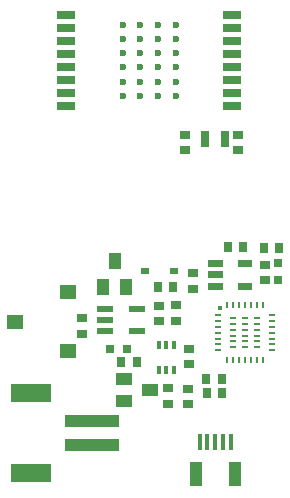
<source format=gbr>
G04 EAGLE Gerber RS-274X export*
G75*
%MOMM*%
%FSLAX34Y34*%
%LPD*%
%INSolderpaste Top*%
%IPPOS*%
%AMOC8*
5,1,8,0,0,1.08239X$1,22.5*%
G01*
%ADD10R,1.500000X0.700000*%
%ADD11C,0.600000*%
%ADD12C,0.088500*%
%ADD13R,0.700000X1.400000*%
%ADD14R,0.900000X0.700000*%
%ADD15R,0.560000X0.260000*%
%ADD16R,0.260000X0.560000*%
%ADD17R,0.400000X0.400000*%
%ADD18R,0.400000X1.350000*%
%ADD19R,1.100000X2.100000*%
%ADD20R,4.600000X1.000000*%
%ADD21R,3.400000X1.600000*%
%ADD22R,0.700000X0.900000*%
%ADD23R,1.320800X0.558800*%
%ADD24R,0.800000X0.600000*%
%ADD25R,1.400000X1.000000*%
%ADD26R,1.000000X1.400000*%
%ADD27R,0.355600X0.787400*%
%ADD28R,0.800000X0.800000*%
%ADD29R,1.400000X1.200000*%


D10*
X120500Y112140D03*
X120500Y101140D03*
X120500Y90140D03*
X120500Y79140D03*
X120500Y68140D03*
X120500Y57140D03*
X120500Y46140D03*
X120500Y35140D03*
X260500Y35140D03*
X260500Y46140D03*
X260500Y57140D03*
X260500Y68140D03*
X260500Y79140D03*
X260500Y90140D03*
X260500Y101140D03*
X260500Y112140D03*
D11*
X168000Y104140D03*
X183000Y104140D03*
X198000Y104140D03*
X213000Y104140D03*
X168000Y92140D03*
X183000Y92140D03*
X198000Y92140D03*
X213000Y92140D03*
X168000Y80140D03*
X183000Y80140D03*
X198000Y80140D03*
X213000Y80140D03*
X168000Y68140D03*
X183000Y68140D03*
X198000Y68140D03*
X213000Y68140D03*
X168000Y56140D03*
X183000Y56140D03*
X198000Y56140D03*
X213000Y56140D03*
X168000Y44140D03*
X183000Y44140D03*
X198000Y44140D03*
X213000Y44140D03*
D12*
X240668Y-95180D02*
X240668Y-100196D01*
X240668Y-95180D02*
X251884Y-95180D01*
X251884Y-100196D01*
X240668Y-100196D01*
X240668Y-99355D02*
X251884Y-99355D01*
X251884Y-98514D02*
X240668Y-98514D01*
X240668Y-97673D02*
X251884Y-97673D01*
X251884Y-96832D02*
X240668Y-96832D01*
X240668Y-95991D02*
X251884Y-95991D01*
X265768Y-114180D02*
X265768Y-119196D01*
X265768Y-114180D02*
X276984Y-114180D01*
X276984Y-119196D01*
X265768Y-119196D01*
X265768Y-118355D02*
X276984Y-118355D01*
X276984Y-117514D02*
X265768Y-117514D01*
X265768Y-116673D02*
X276984Y-116673D01*
X276984Y-115832D02*
X265768Y-115832D01*
X265768Y-114991D02*
X276984Y-114991D01*
X240668Y-109696D02*
X240668Y-104680D01*
X251884Y-104680D01*
X251884Y-109696D01*
X240668Y-109696D01*
X240668Y-108855D02*
X251884Y-108855D01*
X251884Y-108014D02*
X240668Y-108014D01*
X240668Y-107173D02*
X251884Y-107173D01*
X251884Y-106332D02*
X240668Y-106332D01*
X240668Y-105491D02*
X251884Y-105491D01*
X240668Y-114180D02*
X240668Y-119196D01*
X240668Y-114180D02*
X251884Y-114180D01*
X251884Y-119196D01*
X240668Y-119196D01*
X240668Y-118355D02*
X251884Y-118355D01*
X251884Y-117514D02*
X240668Y-117514D01*
X240668Y-116673D02*
X251884Y-116673D01*
X251884Y-115832D02*
X240668Y-115832D01*
X240668Y-114991D02*
X251884Y-114991D01*
X265768Y-100196D02*
X265768Y-95180D01*
X276984Y-95180D01*
X276984Y-100196D01*
X265768Y-100196D01*
X265768Y-99355D02*
X276984Y-99355D01*
X276984Y-98514D02*
X265768Y-98514D01*
X265768Y-97673D02*
X276984Y-97673D01*
X276984Y-96832D02*
X265768Y-96832D01*
X265768Y-95991D02*
X276984Y-95991D01*
D13*
X238134Y7366D03*
X255134Y7366D03*
D14*
X220980Y-1928D03*
X220980Y11072D03*
X265938Y-2182D03*
X265938Y10818D03*
D15*
X248526Y-141464D03*
X248526Y-146464D03*
X248526Y-151464D03*
X248526Y-156464D03*
X248526Y-161464D03*
X248526Y-166464D03*
X248526Y-171464D03*
D16*
X256526Y-179464D03*
X261526Y-179464D03*
X266526Y-179464D03*
X271526Y-179464D03*
X276526Y-179464D03*
X281526Y-179464D03*
X286526Y-179464D03*
D15*
X294526Y-171464D03*
X294526Y-166464D03*
X294526Y-161464D03*
X294526Y-156464D03*
X294526Y-151464D03*
X294526Y-146464D03*
X294526Y-141464D03*
D16*
X286526Y-133464D03*
X281526Y-133464D03*
X276526Y-133464D03*
X271526Y-133464D03*
X266526Y-133464D03*
X261526Y-133464D03*
X256526Y-133464D03*
D15*
X261526Y-143964D03*
X271526Y-143964D03*
X281526Y-143964D03*
X261526Y-148964D03*
X271526Y-148964D03*
X281526Y-148964D03*
X261526Y-153964D03*
X271526Y-153964D03*
X281526Y-153964D03*
X261526Y-158964D03*
X271526Y-158964D03*
X281526Y-158964D03*
X261526Y-163964D03*
X271526Y-163964D03*
X281526Y-163964D03*
X261526Y-168964D03*
X271526Y-168964D03*
X281526Y-168964D03*
D17*
X250526Y-135464D03*
D18*
X233380Y-249164D03*
X239880Y-249164D03*
X246380Y-249164D03*
X252880Y-249164D03*
X259380Y-249164D03*
D19*
X229880Y-275914D03*
X262880Y-275914D03*
D20*
X142156Y-251554D03*
X142156Y-231554D03*
D21*
X90156Y-275554D03*
X90156Y-207554D03*
D22*
X252118Y-207772D03*
X239118Y-207772D03*
X251864Y-195580D03*
X238864Y-195580D03*
D14*
X288544Y-112164D03*
X288544Y-99164D03*
X227838Y-119276D03*
X227838Y-106276D03*
D23*
X152908Y-136144D03*
X152908Y-145542D03*
X152908Y-154940D03*
X180340Y-154940D03*
X180340Y-136144D03*
D24*
X211636Y-104140D03*
X186636Y-104140D03*
D25*
X191594Y-204978D03*
X169594Y-214478D03*
X169594Y-195478D03*
D26*
X161290Y-95426D03*
X170790Y-117426D03*
X151790Y-117426D03*
D27*
X198478Y-188468D03*
X204978Y-188468D03*
X211478Y-188468D03*
X211478Y-167132D03*
X204978Y-167132D03*
X198478Y-167132D03*
D28*
X172092Y-170434D03*
X157092Y-170434D03*
X299974Y-112148D03*
X299974Y-97148D03*
D22*
X179982Y-181610D03*
X166982Y-181610D03*
X300378Y-84836D03*
X287378Y-84836D03*
D14*
X206502Y-216558D03*
X206502Y-203558D03*
X223520Y-203812D03*
X223520Y-216812D03*
X198882Y-133708D03*
X198882Y-146708D03*
X212852Y-146454D03*
X212852Y-133454D03*
D29*
X122068Y-172066D03*
X77068Y-147066D03*
X122068Y-122066D03*
D14*
X224282Y-183030D03*
X224282Y-170030D03*
D22*
X256898Y-83820D03*
X269898Y-83820D03*
D14*
X133604Y-144376D03*
X133604Y-157376D03*
D22*
X210970Y-118110D03*
X197970Y-118110D03*
M02*

</source>
